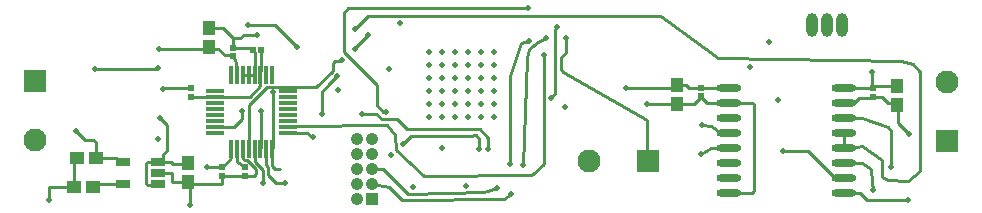
<source format=gbr>
%TF.GenerationSoftware,Altium Limited,Altium Designer,25.4.2 (15)*%
G04 Layer_Physical_Order=4*
G04 Layer_Color=16711680*
%FSLAX45Y45*%
%MOMM*%
%TF.SameCoordinates,47237EEE-74C4-40EA-AC85-0918F70ECB2B*%
%TF.FilePolarity,Positive*%
%TF.FileFunction,Copper,L4,Bot,Signal*%
%TF.Part,Single*%
G01*
G75*
%TA.AperFunction,Conductor*%
%ADD10C,0.25400*%
%TA.AperFunction,SMDPad,CuDef*%
%ADD12R,0.53933X0.47247*%
%ADD24R,0.47247X0.53933*%
%ADD27R,1.01213X1.20840*%
%ADD30R,1.20840X1.01213*%
%TA.AperFunction,ComponentPad*%
%ADD33C,1.95000*%
%ADD34R,1.95000X1.95000*%
%ADD35O,1.00000X2.00000*%
%ADD36O,1.00000X2.00000*%
%ADD37R,1.95000X1.95000*%
%ADD38R,1.06000X1.06000*%
%ADD39C,1.06000*%
%TA.AperFunction,ViaPad*%
%ADD40C,0.50000*%
%TA.AperFunction,SMDPad,CuDef*%
%ADD41O,2.10000X0.65000*%
%ADD42R,0.30000X1.60000*%
%ADD43R,1.60000X0.30000*%
G04:AMPARAMS|DCode=44|XSize=0.65mm|YSize=1.2mm|CornerRadius=0.04875mm|HoleSize=0mm|Usage=FLASHONLY|Rotation=90.000|XOffset=0mm|YOffset=0mm|HoleType=Round|Shape=RoundedRectangle|*
%AMROUNDEDRECTD44*
21,1,0.65000,1.10250,0,0,90.0*
21,1,0.55250,1.20000,0,0,90.0*
1,1,0.09750,0.55125,0.27625*
1,1,0.09750,0.55125,-0.27625*
1,1,0.09750,-0.55125,-0.27625*
1,1,0.09750,-0.55125,0.27625*
%
%ADD44ROUNDEDRECTD44*%
D10*
X2159000Y307685D02*
X2164425Y302260D01*
X2235200D01*
X2252980Y320040D01*
Y363220D01*
X2176780Y439420D02*
X2252980Y363220D01*
X2158181Y439420D02*
X2176780D01*
X2143302Y454299D02*
X2158181Y439420D01*
X2143302Y454299D02*
Y535799D01*
X2141002Y538099D02*
X2143302Y535799D01*
X1676400Y241300D02*
X1968500D01*
X2292309Y539410D02*
Y857209D01*
X2293620Y858520D01*
X2290999Y538099D02*
X2292309Y539410D01*
X2138702Y540399D02*
X2141002Y538099D01*
X4787900Y1546791D02*
X4804172Y1563063D01*
Y1569720D01*
X4749800Y966979D02*
X4787900Y1005079D01*
Y1546791D01*
X4749800Y965200D02*
Y966979D01*
X4566727Y1382736D02*
X4637621Y1440544D01*
X4708707Y1472591D01*
X4838105Y1210128D02*
Y1313151D01*
X4850916Y1188067D02*
X5562489Y782010D01*
X4838105Y1210128D02*
X4850916Y1188067D01*
X4838105Y1313151D02*
X4876400Y1351446D01*
Y1475875D01*
X4583551Y313979D02*
X4601317Y321417D01*
X3679245Y307048D02*
X4583551Y313979D01*
X4601317Y321417D02*
X4689449Y409549D01*
Y1328873D01*
X5791200Y1054100D02*
X5816600Y1079500D01*
X5387340Y1054100D02*
X5791200D01*
X3238500Y368300D02*
X3329940Y365760D01*
X3541757Y155139D01*
X4187528Y166667D01*
X4297680Y208280D01*
X3238500Y241300D02*
X3376110Y213291D01*
X3493208Y104271D01*
X4355343Y114653D01*
X4409440Y157480D01*
X4516120Y401320D02*
X4547224Y1303031D01*
X4566727Y1382736D01*
X4403173Y1154833D02*
X4497289Y1431471D01*
X4401820Y403860D02*
Y1146652D01*
X4403173Y1154833D01*
X3437361Y525837D02*
X3679245Y307048D01*
X4497289Y1431471D02*
X4564380Y1450340D01*
X2141002Y1158098D02*
X2241001D01*
X2057400Y1394115D02*
X2199528D01*
X2222043Y1371600D01*
X2225385D01*
X2057400Y1473200D02*
X2117314D01*
X2147794Y1503680D01*
X2260600D01*
X1430020Y1384300D02*
X1841500D01*
X1854200Y1397000D01*
X731520Y683260D02*
X732964D01*
X804084Y612140D01*
X876300D01*
X896976Y591464D01*
Y457200D02*
Y591464D01*
X1838960Y378460D02*
X1840230Y379730D01*
X1967230D01*
X1968500Y381000D01*
X2225385Y1371600D02*
X2228728D01*
X2241001Y1359327D01*
Y1158098D02*
Y1359327D01*
X2057400Y1394115D02*
Y1473200D01*
X1973224Y1557376D02*
X2057400Y1473200D01*
X1854200Y1557376D02*
X1973224D01*
X6718300Y520700D02*
X6927598D01*
X7156198Y292100D01*
X7228698D01*
X7467600Y1186180D02*
X7472307Y1181473D01*
Y1065481D02*
Y1181473D01*
X2181860Y1587500D02*
X2410460D01*
X2598420Y1399540D01*
X5562600Y919480D02*
X5816244D01*
X5816600Y919124D01*
X1415801Y228600D02*
X1422400Y235199D01*
X1333139Y228600D02*
X1415801D01*
X1318260Y243479D02*
X1333139Y228600D01*
X1318260Y243479D02*
Y410322D01*
X1333139Y425201D01*
X1422400D01*
X1449900D02*
X1469700Y445001D01*
Y489260D01*
X1501140Y520700D01*
Y736600D01*
X1437640Y800100D02*
X1501140Y736600D01*
X1449900Y425201D02*
X1530599D01*
X6258697Y165100D02*
X6451600D01*
X6466840Y180340D01*
Y912221D01*
X6451961Y927100D02*
X6466840Y912221D01*
X6258697Y927100D02*
X6451961D01*
X6070143D02*
X6258697D01*
X6019800Y977443D02*
X6070143Y927100D01*
X6019800Y977443D02*
Y980785D01*
X5961482Y919124D02*
X6019800Y977443D01*
X5816600Y919124D02*
X5961482D01*
X2288699Y1155798D02*
X2290999Y1158098D01*
X2288699Y1064419D02*
Y1155798D01*
X2199640Y975360D02*
X2288699Y1064419D01*
X1908261Y975360D02*
X2199640D01*
X1906001Y973099D02*
X1908261Y975360D01*
X2190999Y538099D02*
Y905759D01*
X2344420Y1059180D01*
X2763520D02*
X2903220Y1198880D01*
X2344420Y1059180D02*
X2763520D01*
X1463040Y1046480D02*
Y1051215D01*
X1701800D01*
X1694180Y60960D02*
Y251460D01*
X1676400Y254000D02*
X1691640D01*
X1694180Y251460D01*
X1676400Y241300D02*
Y254000D01*
X497840Y101600D02*
Y215900D01*
X715924D01*
Y457200D01*
X736600D01*
X1968500Y307685D02*
X2159000D01*
X1968500Y241300D02*
Y307685D01*
X1544320Y254000D02*
X1676400D01*
X1544320D02*
Y330200D01*
X1422400D02*
X1544320D01*
X1419860Y1214120D02*
X1422400Y1216660D01*
X894080Y1214120D02*
X1419860D01*
X891540Y1211580D02*
X894080Y1214120D01*
X3200400Y1498600D02*
Y1503680D01*
X3091180Y1389380D02*
X3200400Y1498600D01*
X3091180Y1384300D02*
Y1389380D01*
X2903220Y1262741D02*
X2921012Y1280533D01*
X2974713D01*
X2979420Y1285240D01*
X2903220Y1198880D02*
Y1262741D01*
X2726383Y632460D02*
X2733040D01*
X2685743Y673100D02*
X2726383Y632460D01*
X2526000Y673100D02*
X2685743D01*
X2814320Y830580D02*
Y1023620D01*
X2862580Y1071880D01*
Y1074420D01*
X2938780Y1150620D01*
X2131060Y784860D02*
Y855980D01*
X2069302Y723102D02*
X2131060Y784860D01*
X1906001Y723102D02*
X2069302D01*
X5673382Y1660251D02*
X5688321Y1655393D01*
X3204571Y1660251D02*
X5673382D01*
X5688321Y1655393D02*
X6096146Y1358797D01*
X3091180Y1546860D02*
X3204571Y1660251D01*
X2393109Y1011349D02*
X2395220Y1013460D01*
X2393109Y540210D02*
Y1011349D01*
X2390999Y538099D02*
X2393109Y540210D01*
X2338701Y535799D02*
X2341001Y538099D01*
X2338701Y421723D02*
Y535799D01*
X2336800Y419822D02*
X2338701Y421723D01*
X2336800Y398780D02*
Y419822D01*
Y398780D02*
X2352040Y383540D01*
Y317500D02*
Y383540D01*
Y317500D02*
X2425700Y243840D01*
X2496820D01*
X3500120Y576580D02*
X3566160Y642620D01*
X4086860D01*
X4094119Y649879D01*
X4115161D01*
X4145280Y619760D01*
Y533400D02*
Y619760D01*
X2311400Y246380D02*
Y358140D01*
X2241001Y428539D02*
X2311400Y358140D01*
X2241001Y428539D02*
Y538099D01*
X3154680Y833120D02*
X3271520D01*
X3317240Y787400D01*
X3449320D01*
X3533140Y703580D01*
X4147820D01*
X4221480Y629920D01*
Y541020D02*
Y629920D01*
X4218940Y538480D02*
X4221480Y541020D01*
X7688580Y754380D02*
X7780020Y662940D01*
X2415540Y365760D02*
X2456180D01*
X2390999Y390302D02*
Y538099D01*
Y390302D02*
X2415540Y365760D01*
X7688580Y754380D02*
Y905333D01*
X7683501Y910412D02*
X7688580Y905333D01*
X7669353Y924560D02*
X7683501Y910412D01*
X7607300Y924560D02*
X7669353D01*
X7769860Y673100D02*
X7780020Y662940D01*
X7553960Y977900D02*
X7607300Y924560D01*
X7480300Y977900D02*
X7553960D01*
X7472680Y970280D02*
X7480300Y977900D01*
X7355093Y970280D02*
X7472680D01*
X7311913Y927100D02*
X7355093Y970280D01*
X7228698Y927100D02*
X7311913D01*
X7429500Y106680D02*
X7777480D01*
X7371080Y165100D02*
X7429500Y106680D01*
X7228698Y165100D02*
X7371080D01*
X3329579Y850900D02*
X3352800D01*
X3276600Y903879D02*
X3329579Y850900D01*
X3276600Y903879D02*
Y1079500D01*
X2997200Y1358900D02*
X3276600Y1079500D01*
X2997200Y1358900D02*
Y1689100D01*
X3035300Y1727200D01*
X4559300D01*
X7606797Y717730D02*
X7632700Y684248D01*
Y381000D02*
Y684248D01*
X7228698Y800100D02*
X7377655D01*
X7386400Y798547D02*
X7606797Y717730D01*
X7377655Y800100D02*
X7386400Y798547D01*
X6096146Y1358797D02*
X6168167Y1307953D01*
X7712215Y1281722D01*
X7815766Y1251169D01*
X7874036Y1183330D01*
X7876928Y347825D01*
X7775241Y266915D02*
X7876928Y347825D01*
X7601038Y270710D02*
X7775241Y266915D01*
X7556500Y299232D02*
X7601038Y270710D01*
X7556500Y299232D02*
Y444500D01*
X7381566Y557415D02*
X7556500Y444500D01*
X7301198Y546100D02*
X7381566Y557415D01*
X7228698Y546100D02*
X7301198D01*
X7228698D02*
Y673100D01*
X7467477Y255314D02*
X7480300Y190500D01*
X7457356Y363217D02*
X7467477Y255314D01*
X7382204Y419100D02*
X7457356Y363217D01*
X7228698Y419100D02*
X7382204D01*
X6032500Y736600D02*
X6102577Y731969D01*
X6186197Y673100D01*
X6258697D01*
X6019800Y495300D02*
X6103690Y546100D01*
X6258697D01*
X6019800Y1054100D02*
X6258697D01*
X6008876Y1050147D02*
X6019800Y1054100D01*
X5921948Y1050147D02*
X6008876D01*
X5891906Y1079500D02*
X5921948Y1050147D01*
X5816600Y1079500D02*
X5891906D01*
X7645594Y1065481D02*
X7683501Y1070788D01*
X7472307Y1065481D02*
X7645594D01*
X7469376Y1054100D02*
X7480300Y1051215D01*
X7228698Y1054100D02*
X7469376D01*
X3429528Y651906D02*
X3437361Y525837D01*
X2593300Y725402D02*
X3360737Y739225D01*
X3429528Y651906D01*
X2526000Y723102D02*
X2593300Y725402D01*
X5562489Y516600D02*
X5575300Y431800D01*
X5562489Y516600D02*
Y782010D01*
X2148076Y393824D02*
X2159000Y379557D01*
X2094946Y422612D02*
X2148076Y393824D01*
X2093299Y470799D02*
X2094946Y422612D01*
X2090999Y538099D02*
X2093299Y470799D01*
X1968500Y381000D02*
X1979424Y395266D01*
X2033633Y441306D01*
X2038702Y470799D01*
X2041002Y538099D01*
X2042571Y470799D01*
X2046476Y1328310D02*
X2057400Y1320800D01*
X1986449Y1328310D02*
X2046476D01*
X1930892Y1384300D02*
X1986449Y1328310D01*
X1892107Y1384300D02*
X1930892D01*
X1854200Y1397000D02*
X1892107Y1384300D01*
X2088699Y1225398D02*
X2090999Y1158098D01*
X2079034Y1288348D02*
X2088699Y1225398D01*
X2057400Y1320800D02*
X2079034Y1288348D01*
X2290999Y1158098D02*
X2293299Y1225398D01*
Y1360676D01*
X2298700Y1371600D01*
X1838701Y974682D02*
X1906001Y973099D01*
X1712724Y974682D02*
X1838701D01*
X1701800Y977900D02*
X1712724Y974682D01*
X1668424Y406400D02*
X1676400Y414376D01*
X1549400Y406400D02*
X1668424D01*
X1530599Y425201D02*
X1549400Y406400D01*
X895599Y235199D02*
X1127399D01*
X876300Y215900D02*
X895599Y235199D01*
X1099899Y425201D02*
X1127399D01*
X1067900Y457200D02*
X1099899Y425201D01*
X896976Y457200D02*
X1067900D01*
D12*
X2225385Y1371600D02*
D03*
X2298700D02*
D03*
D24*
X7480300Y1051215D02*
D03*
Y977900D02*
D03*
X6019800Y980785D02*
D03*
Y1054100D02*
D03*
X1968500Y307685D02*
D03*
Y381000D02*
D03*
X2159000Y306243D02*
D03*
Y379557D02*
D03*
X2057400Y1394115D02*
D03*
Y1320800D02*
D03*
X1701800Y1051215D02*
D03*
Y977900D02*
D03*
D27*
X7683501Y1070788D02*
D03*
Y910412D02*
D03*
X5816600Y919124D02*
D03*
Y1079500D02*
D03*
X1854200Y1557376D02*
D03*
Y1397000D02*
D03*
X1676400Y254000D02*
D03*
Y414376D02*
D03*
D30*
X715924Y215900D02*
D03*
X876300D02*
D03*
X736600Y457200D02*
D03*
X896976D02*
D03*
D33*
X5075301Y431800D02*
D03*
X8102600Y1104900D02*
D03*
X381000Y609600D02*
D03*
D34*
X5575300Y431800D02*
D03*
D35*
X7213600Y1587500D02*
D03*
X6959600D02*
D03*
D36*
X7086600D02*
D03*
D37*
X8102600Y604901D02*
D03*
X381000Y1109599D02*
D03*
D38*
X3238500Y114300D02*
D03*
D39*
Y241300D02*
D03*
Y368300D02*
D03*
Y495300D02*
D03*
Y622300D02*
D03*
X3111500Y114300D02*
D03*
Y241300D02*
D03*
Y368300D02*
D03*
Y495300D02*
D03*
Y622300D02*
D03*
D40*
X2293620Y858520D02*
D03*
X4708707Y1472591D02*
D03*
X4804172Y1569720D02*
D03*
X4876400Y1475875D02*
D03*
X4689449Y1328873D02*
D03*
X4866640Y886460D02*
D03*
X5387340Y1054100D02*
D03*
X4409440Y157480D02*
D03*
X4297680Y208280D02*
D03*
X4516120Y401320D02*
D03*
X4401820Y403860D02*
D03*
X4028440Y220980D02*
D03*
X4564380Y1450340D02*
D03*
X1430020Y1384300D02*
D03*
X731520Y683260D02*
D03*
X1838960Y378460D02*
D03*
X2260600Y1503680D02*
D03*
X6593840Y1440180D02*
D03*
X3378200Y1209040D02*
D03*
X3395980Y487680D02*
D03*
X4749800Y965200D02*
D03*
X6718300Y520700D02*
D03*
X7467600Y1186180D02*
D03*
X3825240Y541020D02*
D03*
X3583940Y210820D02*
D03*
X2181860Y1587500D02*
D03*
X2598420Y1399540D02*
D03*
X5562600Y919480D02*
D03*
X1437640Y800100D02*
D03*
X1463040Y1046480D02*
D03*
X1694180Y60960D02*
D03*
X497840Y101600D02*
D03*
X1422400Y1216660D02*
D03*
X891540Y1211580D02*
D03*
X3474720Y1600200D02*
D03*
X3200400Y1503680D02*
D03*
X2979420Y1285240D02*
D03*
X3091180Y1384300D02*
D03*
X2733040Y632460D02*
D03*
X2814320Y830580D02*
D03*
X2938780Y1150620D02*
D03*
X2131060Y855980D02*
D03*
X3091180Y1546860D02*
D03*
X2395220Y1013460D02*
D03*
X2496820Y243840D02*
D03*
X3500120Y576580D02*
D03*
X2311400Y246380D02*
D03*
X3154680Y833120D02*
D03*
X4145280Y533400D02*
D03*
X4218940Y538480D02*
D03*
X7780020Y662940D02*
D03*
X7777480Y106680D02*
D03*
X1427480Y619760D02*
D03*
X2948940Y1033780D02*
D03*
X6436360Y1229360D02*
D03*
X6675120Y952500D02*
D03*
X3352800Y850900D02*
D03*
X4559300Y1727200D02*
D03*
X7632700Y381000D02*
D03*
X7480300Y190500D02*
D03*
X6032500Y736600D02*
D03*
X6019800Y495300D02*
D03*
X3721100Y1354399D02*
D03*
X3831102D02*
D03*
X3941100D02*
D03*
X4051102D02*
D03*
X4161099D02*
D03*
X4271101D02*
D03*
X3721100Y1244402D02*
D03*
X3831102D02*
D03*
X3941100D02*
D03*
X4051102D02*
D03*
X4161099D02*
D03*
X4271101D02*
D03*
X3721100Y1134400D02*
D03*
X3831102D02*
D03*
X3941100D02*
D03*
X4051102D02*
D03*
X4161099D02*
D03*
X4271101D02*
D03*
X3721100Y1024402D02*
D03*
X3831102D02*
D03*
X3941100D02*
D03*
X4051102D02*
D03*
X4161099D02*
D03*
X4271101D02*
D03*
X3721100Y914400D02*
D03*
X3831102D02*
D03*
X3941100D02*
D03*
X4051102D02*
D03*
X4161099D02*
D03*
X4271101D02*
D03*
X3721100Y804398D02*
D03*
X3831102D02*
D03*
X3941100D02*
D03*
X4051102D02*
D03*
X4161099D02*
D03*
X4271101D02*
D03*
D41*
X7228698Y1054100D02*
D03*
Y927100D02*
D03*
Y800100D02*
D03*
Y673100D02*
D03*
Y546100D02*
D03*
Y419100D02*
D03*
Y292100D02*
D03*
Y165100D02*
D03*
X6258697Y1054100D02*
D03*
Y927100D02*
D03*
Y800100D02*
D03*
Y673100D02*
D03*
Y546100D02*
D03*
Y419100D02*
D03*
Y292100D02*
D03*
Y165100D02*
D03*
D42*
X2390999Y1158098D02*
D03*
X2341001D02*
D03*
X2290999D02*
D03*
X2241001D02*
D03*
X2190999D02*
D03*
X2141002D02*
D03*
X2090999D02*
D03*
X2041002D02*
D03*
Y538099D02*
D03*
X2090999D02*
D03*
X2141002D02*
D03*
X2190999D02*
D03*
X2241001D02*
D03*
X2290999D02*
D03*
X2341001D02*
D03*
X2390999D02*
D03*
D43*
X1906001Y1023102D02*
D03*
Y973099D02*
D03*
Y923102D02*
D03*
Y873100D02*
D03*
Y823102D02*
D03*
Y773100D02*
D03*
Y723102D02*
D03*
Y673100D02*
D03*
X2526000D02*
D03*
Y723102D02*
D03*
Y773100D02*
D03*
Y823102D02*
D03*
Y873100D02*
D03*
Y923102D02*
D03*
Y973099D02*
D03*
Y1023102D02*
D03*
D44*
X1127399Y425201D02*
D03*
Y235199D02*
D03*
X1422400D02*
D03*
Y330200D02*
D03*
Y425201D02*
D03*
%TF.MD5,70b68cee2d1e5aad7aa922d38cc6e966*%
M02*

</source>
